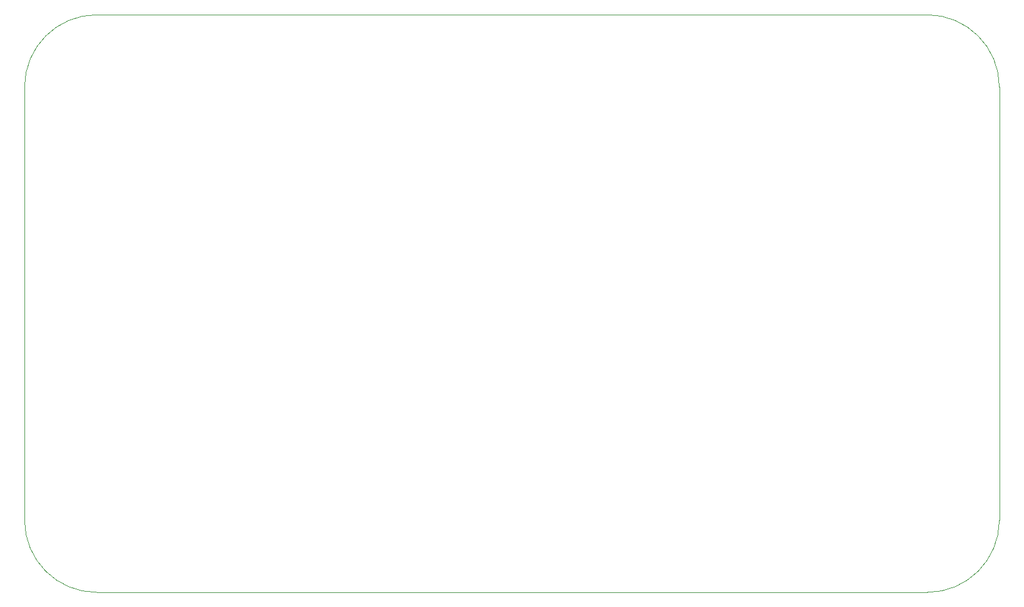
<source format=gbr>
%TF.GenerationSoftware,KiCad,Pcbnew,9.0.4*%
%TF.CreationDate,2025-10-02T18:18:41-04:00*%
%TF.ProjectId,PCB of Theseus,50434220-6f66-4205-9468-65736575732e,rev?*%
%TF.SameCoordinates,Original*%
%TF.FileFunction,Profile,NP*%
%FSLAX46Y46*%
G04 Gerber Fmt 4.6, Leading zero omitted, Abs format (unit mm)*
G04 Created by KiCad (PCBNEW 9.0.4) date 2025-10-02 18:18:41*
%MOMM*%
%LPD*%
G01*
G04 APERTURE LIST*
%TA.AperFunction,Profile*%
%ADD10C,0.050000*%
%TD*%
G04 APERTURE END LIST*
D10*
X83350000Y-33675000D02*
G75*
G02*
X93350000Y-23675000I10000000J0D01*
G01*
X93350000Y-103675000D02*
G75*
G02*
X83350000Y-93675000I0J10000000D01*
G01*
X208350000Y-23675000D02*
G75*
G02*
X218350000Y-33675000I0J-10000000D01*
G01*
X218350000Y-93675000D02*
G75*
G02*
X208350000Y-103675000I-10000000J0D01*
G01*
X83350000Y-93675000D02*
X83350000Y-33675000D01*
X93350000Y-23675000D02*
X208350000Y-23675000D01*
X208350000Y-103675000D02*
X93350000Y-103675000D01*
X218350000Y-33675000D02*
X218350000Y-93675000D01*
M02*

</source>
